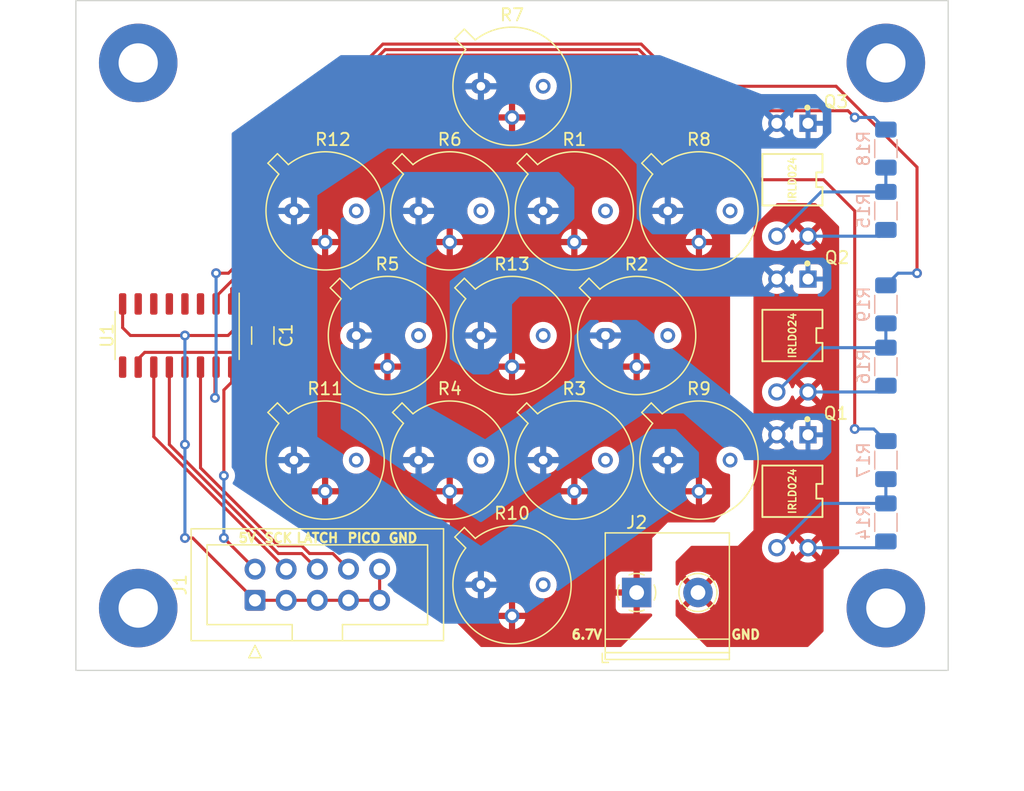
<source format=kicad_pcb>
(kicad_pcb (version 20211014) (generator pcbnew)
  (title_block (title "Hawkeye Driver Board") (date "2022-05-13") (rev "A") (company "The University of Arizona Steward Observatory"))
  (layers (0 "F.Cu" signal) (31 "B.Cu" signal) (34 "B.Paste" user) (35 "F.Paste" user) (36 "B.SilkS" user "B.Silkscreen") (37 "F.SilkS" user "F.Silkscreen") (38 "B.Mask" user) (39 "F.Mask" user) (44 "Edge.Cuts" user))
  (net 0 "")
  (net 1 "VCC")
  (net 2 "GND")
  (net 3 "/INNER_RING_LOW")
  (net 4 "Net-(Q1-Pad2)")
  (net 5 "/OUTER_RING_LOW")
  (net 6 "Net-(Q2-Pad2)")
  (net 7 "/CENTER_LOW")
  (net 8 "Net-(Q3-Pad2)")
  (net 9 "Net-(R18-Pad1)")
  (net 10 "/SER IN")
  (net 11 "/SHIFT CLK")
  (net 12 "/LATCH")
  (net 19 "Net-(R17-Pad1)")
  (net 20 "Net-(R19-Pad1)")
  (net 21 "/5V")
  (net 22 "GND1")
  (footprint "Package_SO:SO-16_3.9x9.9mm_P1.27mm" (layer "F.Cu") (at 112.395 91.44 -90)
    (fp_text reference "U1" (at 0 5.715 90) (layer "F.SilkS"))
    (fp_text value "74HC595")
    (fp_line (start 0 -5.06) (end 1.95 -5.06) (layer "F.SilkS") (width 0.12))
    (fp_line (start 0 5.06) (end -1.95 5.06) (layer "F.SilkS") (width 0.12))
    (fp_line (start 0 -5.06) (end -3.45 -5.06) (layer "F.SilkS") (width 0.12))
    (fp_line (start 0 5.06) (end 1.95 5.06) (layer "F.SilkS") (width 0.12))
    (pad "1" smd roundrect (at -2.575 -4.445 270) (size 1.75 0.6) (layers "F.Cu" "F.Paste" "F.Mask") (net 19 "Net-(R17-Pad1)"))
    (pad "2" smd roundrect (at -2.575 -3.175 270) (size 1.75 0.6) (layers "F.Cu" "F.Paste" "F.Mask") (net 9 "Net-(R18-Pad1)"))
    (pad "3" smd roundrect (at -2.575 -1.905 270) (size 1.75 0.6) (layers "F.Cu" "F.Paste" "F.Mask"))
    (pad "4" smd roundrect (at -2.575 -0.635 270) (size 1.75 0.6) (layers "F.Cu" "F.Paste" "F.Mask"))
    (pad "5" smd roundrect (at -2.575 0.635 270) (size 1.75 0.6) (layers "F.Cu" "F.Paste" "F.Mask"))
    (pad "6" smd roundrect (at -2.575 1.905 270) (size 1.75 0.6) (layers "F.Cu" "F.Paste" "F.Mask"))
    (pad "7" smd roundrect (at -2.575 3.175 270) (size 1.75 0.6) (layers "F.Cu" "F.Paste" "F.Mask"))
    (pad "8" smd roundrect (at -2.575 4.445 270) (size 1.75 0.6) (layers "F.Cu" "F.Paste" "F.Mask") (net 22 "GND1"))
    (pad "9" smd roundrect (at 2.575 4.445 270) (size 1.75 0.6) (layers "F.Cu" "F.Paste" "F.Mask"))
    (pad "10" smd roundrect (at 2.575 3.175 270) (size 1.75 0.6) (layers "F.Cu" "F.Paste" "F.Mask") (net 21 "/5V"))
    (pad "11" smd roundrect (at 2.575 1.905 270) (size 1.75 0.6) (layers "F.Cu" "F.Paste" "F.Mask") (net 11 "/SHIFT CLK"))
    (pad "12" smd roundrect (at 2.575 0.635 270) (size 1.75 0.6) (layers "F.Cu" "F.Paste" "F.Mask") (net 12 "/LATCH"))
    (pad "13" smd roundrect (at 2.575 -0.635 270) (size 1.75 0.6) (layers "F.Cu" "F.Paste" "F.Mask") (net 22 "GND1"))
    (pad "14" smd roundrect (at 2.575 -1.905 270) (size 1.75 0.6) (layers "F.Cu" "F.Paste" "F.Mask") (net 10 "/SER IN"))
    (pad "15" smd roundrect (at 2.575 -3.175 270) (size 1.75 0.6) (layers "F.Cu" "F.Paste" "F.Mask") (net 20 "Net-(R19-Pad1)"))
    (pad "16" smd roundrect (at 2.575 -4.445 270) (size 1.75 0.6) (layers "F.Cu" "F.Paste" "F.Mask") (net 21 "/5V"))
  )
  (footprint "Package_TO_SOT_THT:TO-5-3_Window" (layer "F.Cu") (at 132.08 101.6)
    (fp_text reference "R4" (at 2.54 -5.82) (layer "F.SilkS"))
    (fp_text value "Heater")
    (fp_line (start -1.348039 -4.665856) (end -2.125856 -3.888039) (layer "F.SilkS") (width 0.12))
    (fp_line (start -2.125856 -3.888039) (end -1.234902 -2.997084) (layer "F.SilkS") (width 0.12))
    (fp_line (start -0.457084 -3.774902) (end -1.348039 -4.665856) (layer "F.SilkS") (width 0.12))
    (fp_arc (start -0.457084 -3.774902) (mid 5.948125 3.408384) (end -1.234674 -2.997371) (layer "F.SilkS") (width 0.12))
    (pad "1" thru_hole oval (at 0 0) (size 1.6 1.2) (drill 0.7) (layers *.Cu *.Mask) (net 3 "/INNER_RING_LOW"))
    (pad "2" thru_hole oval (at 2.54 2.54) (size 1.2 1.2) (drill 0.7) (layers *.Cu *.Mask) (net 1 "VCC"))
    (pad "3" thru_hole oval (at 5.08 0) (size 1.2 1.2) (drill 0.7) (layers *.Cu *.Mask))
  )
  (footprint "Package_TO_SOT_THT:TO-5-3_Window" (layer "F.Cu") (at 147.32 91.44)
    (fp_text reference "R2" (at 2.54 -5.82) (layer "F.SilkS"))
    (fp_text value "Heater")
    (fp_line (start -1.348039 -4.665856) (end -2.125856 -3.888039) (layer "F.SilkS") (width 0.12))
    (fp_line (start -2.125856 -3.888039) (end -1.234902 -2.997084) (layer "F.SilkS") (width 0.12))
    (fp_line (start -0.457084 -3.774902) (end -1.348039 -4.665856) (layer "F.SilkS") (width 0.12))
    (fp_arc (start -0.457084 -3.774902) (mid 5.948125 3.408384) (end -1.234674 -2.997371) (layer "F.SilkS") (width 0.12))
    (pad "1" thru_hole oval (at 0 0) (size 1.6 1.2) (drill 0.7) (layers *.Cu *.Mask) (net 3 "/INNER_RING_LOW"))
    (pad "2" thru_hole oval (at 2.54 2.54) (size 1.2 1.2) (drill 0.7) (layers *.Cu *.Mask) (net 1 "VCC"))
    (pad "3" thru_hole oval (at 5.08 0) (size 1.2 1.2) (drill 0.7) (layers *.Cu *.Mask))
  )
  (footprint "Trans_Vishay_IRLD024:Vishay-IRLD024-0" (layer "F.Cu") (at 162.56 91.44 -90)
    (fp_text reference "Q3" (at -19.05 -2.45) (layer "F.SilkS") (effects (justify left)))
    (fp_text value "IRLD024" (at 0 0 90) (layer "F.SilkS") (effects (font (size 0.6 0.6) (thickness 0.125))))
    (fp_line (start 0.599285 -1.95) (end -0.599285 -1.95) (layer "F.SilkS") (width 0.15))
    (fp_line (start -0.599285 -1.95) (end -0.599285 -2.45) (layer "F.SilkS") (width 0.15))
    (fp_line (start -2.0975 2.45) (end 2.0975 2.45) (layer "F.SilkS") (width 0.15))
    (fp_line (start -0.599285 -2.45) (end -2.0975 -2.45) (layer "F.SilkS") (width 0.15))
    (fp_line (start -2.0975 -2.45) (end -2.0975 2.45) (layer "F.SilkS") (width 0.15))
    (fp_line (start 2.0975 2.45) (end 2.0975 -2.45) (layer "F.SilkS") (width 0.15))
    (fp_line (start 2.0975 -2.45) (end 0.599285 -2.45) (layer "F.SilkS") (width 0.15))
    (fp_line (start 0.599285 -2.45) (end 0.599285 -1.95) (layer "F.SilkS") (width 0.15))
    (fp_circle (center -5.8775 -1.22) (end -5.7525 -1.22) (layer "F.SilkS") (width 0.25) (fill none))
    (pad "1" thru_hole circle (at -4.6025 1.27 270) (size 1.4 1.4) (drill 0.9) (layers *.Cu) (net 7 "/CENTER_LOW"))
    (pad "1" thru_hole rect (at -4.6025 -1.27 270) (size 1.4 1.4) (drill 0.9) (layers *.Cu) (net 7 "/CENTER_LOW"))
    (pad "2" thru_hole circle (at 4.6025 1.27 270) (size 1.4 1.4) (drill 0.9) (layers *.Cu) (net 8 "Net-(Q3-Pad2)"))
    (pad "3" thru_hole circle (at 4.6025 -1.27 270) (size 1.4 1.4) (drill 0.9) (layers *.Cu) (net 2 "GND"))
  )
  (footprint "Package_TO_SOT_THT:TO-5-3_Window" (layer "F.Cu") (at 152.4 101.6)
    (fp_text reference "R9" (at 2.54 -5.82) (layer "F.SilkS"))
    (fp_text value "Heater")
    (fp_line (start -0.457084 -3.774902) (end -1.348039 -4.665856) (layer "F.SilkS") (width 0.12))
    (fp_line (start -1.348039 -4.665856) (end -2.125856 -3.888039) (layer "F.SilkS") (width 0.12))
    (fp_line (start -2.125856 -3.888039) (end -1.234902 -2.997084) (layer "F.SilkS") (width 0.12))
    (fp_arc (start -0.457084 -3.774902) (mid 5.948125 3.408384) (end -1.234674 -2.997371) (layer "F.SilkS") (width 0.12))
    (pad "1" thru_hole oval (at 0 0) (size 1.6 1.2) (drill 0.7) (layers *.Cu *.Mask) (net 5 "/OUTER_RING_LOW"))
    (pad "2" thru_hole oval (at 2.54 2.54) (size 1.2 1.2) (drill 0.7) (layers *.Cu *.Mask) (net 1 "VCC"))
    (pad "3" thru_hole oval (at 5.08 0) (size 1.2 1.2) (drill 0.7) (layers *.Cu *.Mask))
  )
  (footprint "Capacitor_SMD:C_1206_3216Metric_Pad1.33x1.80mm_HandSolder" (layer "F.Cu") (at 119.38 91.44 90)
    (fp_text reference "C1" (at 0 1.905 90) (layer "F.SilkS"))
    (fp_text value ".1 uF")
    (fp_line (start -0.711252 -0.91) (end 0.711252 -0.91) (layer "F.SilkS") (width 0.12))
    (fp_line (start -0.711252 0.91) (end 0.711252 0.91) (layer "F.SilkS") (width 0.12))
    (pad "1" smd roundrect (at -1.5625 0 90) (size 1.325 1.8) (layers "F.Cu" "F.Paste" "F.Mask") (roundrect_rratio 0.188679) (net 21 "/5V"))
    (pad "2" smd roundrect (at 1.5625 0 90) (size 1.325 1.8) (layers "F.Cu" "F.Paste" "F.Mask") (roundrect_rratio 0.188679) (net 22 "GND1"))
  )
  (footprint "Trans_Vishay_IRLD024:Vishay-IRLD024-0" (layer "F.Cu") (at 162.56 78.74 -90)
    (fp_text reference "Q2" (at 6.35 -2.54) (layer "F.SilkS") (effects (justify left)))
    (fp_text value "IRLD024" (at 0 0 90) (layer "F.SilkS") (effects (font (size 0.6 0.6) (thickness 0.125))))
    (fp_line (start 0.599285 -1.95) (end -0.599285 -1.95) (layer "F.SilkS") (width 0.15))
    (fp_line (start -0.599285 -2.45) (end -2.0975 -2.45) (layer "F.SilkS") (width 0.15))
    (fp_line (start 0.599285 -2.45) (end 0.599285 -1.95) (layer "F.SilkS") (width 0.15))
    (fp_line (start -0.599285 -1.95) (end -0.599285 -2.45) (layer "F.SilkS") (width 0.15))
    (fp_line (start -2.0975 2.45) (end 2.0975 2.45) (layer "F.SilkS") (width 0.15))
    (fp_line (start 2.0975 2.45) (end 2.0975 -2.45) (layer "F.SilkS") (width 0.15))
    (fp_line (start 2.0975 -2.45) (end 0.599285 -2.45) (layer "F.SilkS") (width 0.15))
    (fp_line (start -2.0975 -2.45) (end -2.0975 2.45) (layer "F.SilkS") (width 0.15))
    (fp_circle (center -5.8775 -1.22) (end -5.7525 -1.22) (layer "F.SilkS") (width 0.25) (fill none))
    (pad "1" thru_hole rect (at -4.6025 -1.27 270) (size 1.4 1.4) (drill 0.9) (layers *.Cu) (net 5 "/OUTER_RING_LOW"))
    (pad "1" thru_hole circle (at -4.6025 1.27 270) (size 1.4 1.4) (drill 0.9) (layers *.Cu) (net 5 "/OUTER_RING_LOW"))
    (pad "2" thru_hole circle (at 4.6025 1.27 270) (size 1.4 1.4) (drill 0.9) (layers *.Cu) (net 6 "Net-(Q2-Pad2)"))
    (pad "3" thru_hole circle (at 4.6025 -1.27 270) (size 1.4 1.4) (drill 0.9) (layers *.Cu) (net 2 "GND"))
  )
  (footprint "Package_TO_SOT_THT:TO-5-3_Window" (layer "F.Cu") (at 127 91.44)
    (fp_text reference "R5" (at 2.54 -5.82) (layer "F.SilkS"))
    (fp_text value "Heater")
    (fp_line (start -2.125856 -3.888039) (end -1.234902 -2.997084) (layer "F.SilkS") (width 0.12))
    (fp_line (start -1.348039 -4.665856) (end -2.125856 -3.888039) (layer "F.SilkS") (width 0.12))
    (fp_line (start -0.457084 -3.774902) (end -1.348039 -4.665856) (layer "F.SilkS") (width 0.12))
    (fp_arc (start -0.457084 -3.774902) (mid 5.948125 3.408384) (end -1.234674 -2.997371) (layer "F.SilkS") (width 0.12))
    (pad "1" thru_hole oval (at 0 0) (size 1.6 1.2) (drill 0.7) (layers *.Cu *.Mask) (net 3 "/INNER_RING_LOW"))
    (pad "2" thru_hole oval (at 2.54 2.54) (size 1.2 1.2) (drill 0.7) (layers *.Cu *.Mask) (net 1 "VCC"))
    (pad "3" thru_hole oval (at 5.08 0) (size 1.2 1.2) (drill 0.7) (layers *.Cu *.Mask))
  )
  (footprint "Trans_Vishay_IRLD024:Vishay-IRLD024-0" (layer "F.Cu") (at 162.56 104.14 -90)
    (fp_text reference "Q1" (at -6.35 -2.45) (layer "F.SilkS") (effects (justify left)))
    (fp_text value "IRLD024" (at 0 0 90) (layer "F.SilkS") (effects (font (size 0.6 0.6) (thickness 0.125))))
    (fp_line (start -0.599285 -2.45) (end -2.0975 -2.45) (layer "F.SilkS") (width 0.15))
    (fp_line (start 2.0975 2.45) (end 2.0975 -2.45) (layer "F.SilkS") (width 0.15))
    (fp_line (start 0.599285 -2.45) (end 0.599285 -1.95) (layer "F.SilkS") (width 0.15))
    (fp_line (start 2.0975 -2.45) (end 0.599285 -2.45) (layer "F.SilkS") (width 0.15))
    (fp_line (start 0.599285 -1.95) (end -0.599285 -1.95) (layer "F.SilkS") (width 0.15))
    (fp_line (start -2.0975 2.45) (end 2.0975 2.45) (layer "F.SilkS") (width 0.15))
    (fp_line (start -0.599285 -1.95) (end -0.599285 -2.45) (layer "F.SilkS") (width 0.15))
    (fp_line (start -2.0975 -2.45) (end -2.0975 2.45) (layer "F.SilkS") (width 0.15))
    (fp_circle (center -5.8775 -1.22) (end -5.7525 -1.22) (layer "F.SilkS") (width 0.25) (fill none))
    (pad "1" thru_hole rect (at -4.6025 -1.27 270) (size 1.4 1.4) (drill 0.9) (layers *.Cu) (net 3 "/INNER_RING_LOW"))
    (pad "1" thru_hole circle (at -4.6025 1.27 270) (size 1.4 1.4) (drill 0.9) (layers *.Cu) (net 3 "/INNER_RING_LOW"))
    (pad "2" thru_hole circle (at 4.6025 1.27 270) (size 1.4 1.4) (drill 0.9) (layers *.Cu) (net 4 "Net-(Q1-Pad2)"))
    (pad "3" thru_hole circle (at 4.6025 -1.27 270) (size 1.4 1.4) (drill 0.9) (layers *.Cu) (net 2 "GND"))
  )
  (footprint "Package_TO_SOT_THT:TO-5-3_Window" (layer "F.Cu") (at 137.16 111.76)
    (fp_text reference "R10" (at 2.54 -5.82) (layer "F.SilkS"))
    (fp_text value "Heater")
    (fp_line (start -0.457084 -3.774902) (end -1.348039 -4.665856) (layer "F.SilkS") (width 0.12))
    (fp_line (start -1.348039 -4.665856) (end -2.125856 -3.888039) (layer "F.SilkS") (width 0.12))
    (fp_line (start -2.125856 -3.888039) (end -1.234902 -2.997084) (layer "F.SilkS") (width 0.12))
    (fp_arc (start -0.457084 -3.774902) (mid 5.948125 3.408384) (end -1.234674 -2.997371) (layer "F.SilkS") (width 0.12))
    (pad "1" thru_hole oval (at 0 0) (size 1.6 1.2) (drill 0.7) (layers *.Cu *.Mask) (net 5 "/OUTER_RING_LOW"))
    (pad "2" thru_hole oval (at 2.54 2.54) (size 1.2 1.2) (drill 0.7) (layers *.Cu *.Mask) (net 1 "VCC"))
    (pad "3" thru_hole oval (at 5.08 0) (size 1.2 1.2) (drill 0.7) (layers *.Cu *.Mask))
  )
  (footprint "Package_TO_SOT_THT:TO-5-3_Window" (layer "F.Cu") (at 142.24 101.6)
    (fp_text reference "R3" (at 2.54 -5.82) (layer "F.SilkS"))
    (fp_text value "Heater")
    (fp_line (start -0.457084 -3.774902) (end -1.348039 -4.665856) (layer "F.SilkS") (width 0.12))
    (fp_line (start -2.125856 -3.888039) (end -1.234902 -2.997084) (layer "F.SilkS") (width 0.12))
    (fp_line (start -1.348039 -4.665856) (end -2.125856 -3.888039) (layer "F.SilkS") (width 0.12))
    (fp_arc (start -0.457084 -3.774902) (mid 5.948125 3.408384) (end -1.234674 -2.997371) (layer "F.SilkS") (width 0.12))
    (pad "1" thru_hole oval (at 0 0) (size 1.6 1.2) (drill 0.7) (layers *.Cu *.Mask) (net 3 "/INNER_RING_LOW"))
    (pad "2" thru_hole oval (at 2.54 2.54) (size 1.2 1.2) (drill 0.7) (layers *.Cu *.Mask) (net 1 "VCC"))
    (pad "3" thru_hole oval (at 5.08 0) (size 1.2 1.2) (drill 0.7) (layers *.Cu *.Mask))
  )
  (footprint "TerminalBlock_Philmore:TerminalBlock_Philmore_TB132_1x02_P5.00mm_Horizontal" (layer "F.Cu") (at 149.86 112.395)
    (fp_text reference "J2" (at 0 -5.715) (layer "F.SilkS"))
    (fp_text value "Screw_Terminal_01x02")
    (fp_line (start -2.56 -4.86) (end -2.56 5.46) (layer "F.SilkS") (width 0.12))
    (fp_line (start 7.56 -4.86) (end 7.56 5.46) (layer "F.SilkS") (width 0.12))
    (fp_line (start -2.56 4.9) (end 7.56 4.9) (layer "F.SilkS") (width 0.12))
    (fp_line (start -2.8 5.7) (end -2.3 5.7) (layer "F.SilkS") (width 0.12))
    (fp_line (start -2.56 5.46) (end 7.56 5.46) (layer "F.SilkS") (width 0.12))
    (fp_line (start -2.8 4.96) (end -2.8 5.7) (layer "F.SilkS") (width 0.12))
    (fp_line (start -2.56 -4.86) (end 7.56 -4.86) (layer "F.SilkS") (width 0.12))
    (fp_line (start -2.56 3.8) (end 7.56 3.8) (layer "F.SilkS") (width 0.12))
    (fp_arc (start -1.432109 0.607742) (mid -1.555727 -0.00014) (end -1.432 -0.608) (layer "F.SilkS") (width 0.12))
    (fp_arc (start -0.607742 -1.432109) (mid 0.00014 -1.555727) (end 0.608 -1.432) (layer "F.SilkS") (width 0.12))
    (fp_arc (start 0.607587 1.431385) (mid 0.310017 1.523783) (end 0 1.555) (layer "F.SilkS") (width 0.12))
    (fp_arc (start 0.027011 1.555493) (mid -0.296984 1.527118) (end -0.608 1.432) (layer "F.SilkS") (width 0.12))
    (fp_arc (start 1.432109 -0.607742) (mid 1.555727 0.00014) (end 1.432 0.608) (layer "F.SilkS") (width 0.12))
    (fp_circle (center 5 0) (end 6.555 0) (layer "F.SilkS") (width 0.12) (fill none))
    (pad "1" thru_hole rect (at 0 0) (size 2.4 2.4) (drill 1.2) (layers *.Cu *.Mask) (net 1 "VCC"))
    (pad "2" thru_hole circle (at 5 0) (size 2.4 2.4) (drill 1.2) (layers *.Cu *.Mask) (net 2 "GND"))
  )
  (footprint "Package_TO_SOT_THT:TO-5-3_Window" (layer "F.Cu") (at 142.24 81.28)
    (fp_text reference "R1" (at 2.54 -5.82) (layer "F.SilkS"))
    (fp_text value "Heater")
    (fp_line (start -1.348039 -4.665856) (end -2.125856 -3.888039) (layer "F.SilkS") (width 0.12))
    (fp_line (start -2.125856 -3.888039) (end -1.234902 -2.997084) (layer "F.SilkS") (width 0.12))
    (fp_line (start -0.457084 -3.774902) (end -1.348039 -4.665856) (layer "F.SilkS") (width 0.12))
    (fp_arc (start -0.457084 -3.774902) (mid 5.948125 3.408384) (end -1.234674 -2.997371) (layer "F.SilkS") (width 0.12))
    (pad "1" thru_hole oval (at 0 0) (size 1.6 1.2) (drill 0.7) (layers *.Cu *.Mask) (net 3 "/INNER_RING_LOW"))
    (pad "2" thru_hole oval (at 2.54 2.54) (size 1.2 1.2) (drill 0.7) (layers *.Cu *.Mask) (net 1 "VCC"))
    (pad "3" thru_hole oval (at 5.08 0) (size 1.2 1.2) (drill 0.7) (layers *.Cu *.Mask))
  )
  (footprint "MountingHole:MountingHole_3.2mm_M3_Pad" (layer "F.Cu") (at 109.22 113.665)
    (fp_text reference "REF**" hide)
    (fp_text value "MountingHole_3.2mm_M3_Pad")
    (pad "1" thru_hole circle (at 0 0) (size 6.4 6.4) (drill 3.2) (layers *.Cu *.Mask))
  )
  (footprint "Package_TO_SOT_THT:TO-5-3_Window" (layer "F.Cu") (at 121.92 81.28)
    (fp_text reference "R12" (at 3.175 -5.82) (layer "F.SilkS"))
    (fp_text value "Heater")
    (fp_line (start -0.457084 -3.774902) (end -1.348039 -4.665856) (layer "F.SilkS") (width 0.12))
    (fp_line (start -1.348039 -4.665856) (end -2.125856 -3.888039) (layer "F.SilkS") (width 0.12))
    (fp_line (start -2.125856 -3.888039) (end -1.234902 -2.997084) (layer "F.SilkS") (width 0.12))
    (fp_arc (start -0.457084 -3.774902) (mid 5.948125 3.408384) (end -1.234674 -2.997371) (layer "F.SilkS") (width 0.12))
    (pad "1" thru_hole oval (at 0 0) (size 1.6 1.2) (drill 0.7) (layers *.Cu *.Mask) (net 5 "/OUTER_RING_LOW"))
    (pad "2" thru_hole oval (at 2.54 2.54) (size 1.2 1.2) (drill 0.7) (layers *.Cu *.Mask) (net 1 "VCC"))
    (pad "3" thru_hole oval (at 5.08 0) (size 1.2 1.2) (drill 0.7) (layers *.Cu *.Mask))
  )
  (footprint "Package_TO_SOT_THT:TO-5-3_Window" (layer "F.Cu") (at 121.92 101.6)
    (fp_text reference "R11" (at 2.54 -5.82) (layer "F.SilkS"))
    (fp_text value "Heater")
    (fp_line (start -1.348039 -4.665856) (end -2.125856 -3.888039) (layer "F.SilkS") (width 0.12))
    (fp_line (start -0.457084 -3.774902) (end -1.348039 -4.665856) (layer "F.SilkS") (width 0.12))
    (fp_line (start -2.125856 -3.888039) (end -1.234902 -2.997084) (layer "F.SilkS") (width 0.12))
    (fp_arc (start -0.457084 -3.774902) (mid 5.948125 3.408384) (end -1.234674 -2.997371) (layer "F.SilkS") (width 0.12))
    (pad "1" thru_hole oval (at 0 0) (size 1.6 1.2) (drill 0.7) (layers *.Cu *.Mask) (net 5 "/OUTER_RING_LOW"))
    (pad "2" thru_hole oval (at 2.54 2.54) (size 1.2 1.2) (drill 0.7) (layers *.Cu *.Mask) (net 1 "VCC"))
    (pad "3" thru_hole oval (at 5.08 0) (size 1.2 1.2) (drill 0.7) (layers *.Cu *.Mask))
  )
  (footprint "Package_TO_SOT_THT:TO-5-3_Window" (layer "F.Cu") (at 137.16 91.44)
    (fp_text reference "R13" (at 2.54 -5.82) (layer "F.SilkS"))
    (fp_text value "Heater")
    (fp_line (start -2.125856 -3.888039) (end -1.234902 -2.997084) (layer "F.SilkS") (width 0.12))
    (fp_line (start -0.457084 -3.774902) (end -1.348039 -4.665856) (layer "F.SilkS") (width 0.12))
    (fp_line (start -1.348039 -4.665856) (end -2.125856 -3.888039) (layer "F.SilkS") (width 0.12))
    (fp_arc (start -0.457084 -3.774902) (mid 5.948125 3.408384) (end -1.234674 -2.997371) (layer "F.SilkS") (width 0.12))
    (pad "1" thru_hole oval (at 0 0) (size 1.6 1.2) (drill 0.7) (layers *.Cu *.Mask) (net 7 "/CENTER_LOW"))
    (pad "2" thru_hole oval (at 2.54 2.54) (size 1.2 1.2) (drill 0.7) (layers *.Cu *.Mask) (net 1 "VCC"))
    (pad "3" thru_hole oval (at 5.08 0) (size 1.2 1.2) (drill 0.7) (layers *.Cu *.Mask))
  )
  (footprint "MountingHole:MountingHole_3.2mm_M3_Pad" (layer "F.Cu") (at 170.18 113.665)
    (fp_text reference "REF**" hide)
    (fp_text value "MountingHole_3.2mm_M3_Pad")
    (pad "1" thru_hole circle (at 0 0) (size 6.4 6.4) (drill 3.2) (layers *.Cu *.Mask))
  )
  (footprint "MountingHole:MountingHole_3.2mm_M3_Pad" (layer "F.Cu") (at 170.18 69.215)
    (fp_text reference "REF**" hide)
    (fp_text value "MountingHole_3.2mm_M3_Pad")
    (pad "1" thru_hole circle (at 0 0) (size 6.4 6.4) (drill 3.2) (layers *.Cu *.Mask))
  )
  (footprint "Package_TO_SOT_THT:TO-5-3_Window" (layer "F.Cu") (at 152.4 81.28)
    (fp_text reference "R8" (at 2.54 -5.82) (layer "F.SilkS"))
    (fp_text value "Heater")
    (fp_line (start -0.457084 -3.774902) (end -1.348039 -4.665856) (layer "F.SilkS") (width 0.12))
    (fp_line (start -1.348039 -4.665856) (end -2.125856 -3.888039) (layer "F.SilkS") (width 0.12))
    (fp_line (start -2.125856 -3.888039) (end -1.234902 -2.997084) (layer "F.SilkS") (width 0.12))
    (fp_arc (start -0.457084 -3.774902) (mid 5.948125 3.408384) (end -1.234674 -2.997371) (layer "F.SilkS") (width 0.12))
    (pad "1" thru_hole oval (at 0 0) (size 1.6 1.2) (drill 0.7) (layers *.Cu *.Mask) (net 5 "/OUTER_RING_LOW"))
    (pad "2" thru_hole oval (at 2.54 2.54) (size 1.2 1.2) (drill 0.7) (layers *.Cu *.Mask) (net 1 "VCC"))
    (pad "3" thru_hole oval (at 5.08 0) (size 1.2 1.2) (drill 0.7) (layers *.Cu *.Mask))
  )
  (footprint "MountingHole:MountingHole_3.2mm_M3_Pad" (layer "F.Cu") (at 109.22 69.215)
    (fp_text reference "REF**" hide)
    (fp_text value "MountingHole_3.2mm_M3_Pad")
    (pad "1" thru_hole circle (at 0 0) (size 6.4 6.4) (drill 3.2) (layers *.Cu *.Mask))
  )
  (footprint "Connector_IDC:IDC-Header_2x05_P2.54mm_Vertical" (layer "F.Cu") (at 118.745 113.03 90)
    (fp_text reference "J1" (at 1.27 -6.1 90) (layer "F.SilkS"))
    (fp_text value "Conn_02x05_Odd_Even")
    (fp_line (start -4.68 -0.5) (end -4.68 0.5) (layer "F.SilkS") (width 0.12))
    (fp_line (start -3.29 15.37) (end -3.29 -5.21) (layer "F.SilkS") (width 0.12))
    (fp_line (start -1.98 7.13) (end -1.98 7.13) (layer "F.SilkS") (width 0.12))
    (fp_line (start 5.83 -5.21) (end 5.83 15.37) (layer "F.SilkS") (width 0.12))
    (fp_line (start -1.98 3.03) (end -1.98 -3.91) (layer "F.SilkS") (width 0.12))
    (fp_line (start 4.52 14.07) (end -1.98 14.07) (layer "F.SilkS") (width 0.12))
    (fp_line (start -4.68 0.5) (end -3.68 0) (layer "F.SilkS") (width 0.12))
    (fp_line (start 5.83 15.37) (end -3.29 15.37) (layer "F.SilkS") (width 0.12))
    (fp_line (start -3.68 0) (end -4.68 -0.5) (layer "F.SilkS") (width 0.12))
    (fp_line (start -1.98 14.07) (end -1.98 7.13) (layer "F.SilkS") (width 0.12))
    (fp_line (start 4.52 -3.91) (end 4.52 14.07) (layer "F.SilkS") (width 0.12))
    (fp_line (start -1.98 -3.91) (end 4.52 -3.91) (layer "F.SilkS") (width 0.12))
    (fp_line (start -3.29 -5.21) (end 5.83 -5.21) (layer "F.SilkS") (width 0.12))
    (fp_line (start -3.29 3.03) (end -1.98 3.03) (layer "F.SilkS") (width 0.12))
    (fp_line (start -1.98 7.13) (end -3.29 7.13) (layer "F.SilkS") (width 0.12))
    (pad "1" thru_hole roundrect (at 0 0 90) (size 1.7 1.7) (drill 1) (layers *.Cu *.Mask) (roundrect_rratio 0.147059) (net 22 "GND1"))
    (pad "2" thru_hole circle (at 2.54 0 90) (size 1.7 1.7) (drill 1) (layers *.Cu *.Mask) (net 21 "/5V"))
    (pad "3" thru_hole circle (at 0 2.54 90) (size 1.7 1.7) (drill 1) (layers *.Cu *.Mask) (net 22 "GND1"))
    (pad "4" thru_hole circle (at 2.54 2.54 90) (size 1.7 1.7) (drill 1) (layers *.Cu *.Mask) (net 11 "/SHIFT CLK"))
    (pad "5" thru_hole circle (at 0 5.08 90) (size 1.7 1.7) (drill 1) (layers *.Cu *.Mask) (net 22 "GND1"))
    (pad "6" thru_hole circle (at 2.54 5.08 90) (size 1.7 1.7) (drill 1) (layers *.Cu *.Mask) (net 12 "/LATCH"))
    (pad "7" thru_hole circle (at 0 7.62 90) (size 1.7 1.7) (drill 1) (layers *.Cu *.Mask) (net 22 "GND1"))
    (pad "8" thru_hole circle (at 2.54 7.62 90) (size 1.7 1.7) (drill 1) (layers *.Cu *.Mask) (net 10 "/SER IN"))
    (pad "9" thru_hole circle (at 0 10.16 90) (size 1.7 1.7) (drill 1) (layers *.Cu *.Mask) (net 22 "GND1"))
    (pad "10" thru_hole circle (at 2.54 10.16 90) (size 1.7 1.7) (drill 1) (layers *.Cu *.Mask) (net 22 "GND1"))
  )
  (footprint "Package_TO_SOT_THT:TO-5-3_Window" (layer "F.Cu") (at 137.16 71.12)
    (fp_text reference "R7" (at 2.54 -5.82) (layer "F.SilkS"))
    (fp_text value "Heater")
    (fp_line (start -1.348039 -4.665856) (end -2.125856 -3.888039) (layer "F.SilkS") (width 0.12))
    (fp_line (start -2.125856 -3.888039) (end -1.234902 -2.997084) (layer "F.SilkS") (width 0.12))
    (fp_line (start -0.457084 -3.774902) (end -1.348039 -4.665856) (layer "F.SilkS") (width 0.12))
    (fp_arc (start -0.457084 -3.774902) (mid 5.948125 3.408384) (end -1.234674 -2.997371) (layer "F.SilkS") (width 0.12))
    (pad "1" thru_hole oval (at 0 0) (size 1.6 1.2) (drill 0.7) (layers *.Cu *.Mask) (net 5 "/OUTER_RING_LOW"))
    (pad "2" thru_hole oval (at 2.54 2.54) (size 1.2 1.2) (drill 0.7) (layers *.Cu *.Mask) (net 1 "VCC"))
    (pad "3" thru_hole oval (at 5.08 0) (size 1.2 1.2) (drill 0.7) (layers *.Cu *.Mask))
  )
  (footprint "Package_TO_SOT_THT:TO-5-3_Window" (layer "F.Cu") (at 132.08 81.28)
    (fp_text reference "R6" (at 2.54 -5.82) (layer "F.SilkS"))
    (fp_text value "Heater")
    (fp_line (start -2.125856 -3.888039) (end -1.234902 -2.997084) (layer "F.SilkS") (width 0.12))
    (fp_line (start -1.348039 -4.665856) (end -2.125856 -3.888039) (layer "F.SilkS") (width 0.12))
    (fp_line (start -0.457084 -3.774902) (end -1.348039 -4.665856) (layer "F.SilkS") (width 0.12))
    (fp_arc (start -0.457084 -3.774902) (mid 5.948125 3.408384) (end -1.234674 -2.997371) (layer "F.SilkS") (width 0.12))
    (pad "1" thru_hole oval (at 0 0) (size 1.6 1.2) (drill 0.7) (layers *.Cu *.Mask) (net 3 "/INNER_RING_LOW"))
    (pad "2" thru_hole oval (at 2.54 2.54) (size 1.2 1.2) (drill 0.7) (layers *.Cu *.Mask) (net 1 "VCC"))
    (pad "3" thru_hole oval (at 5.08 0) (size 1.2 1.2) (drill 0.7) (layers *.Cu *.Mask))
  )
  (footprint "Resistor_SMD:R_1206_3216Metric_Pad1.30x1.75mm_HandSolder" (layer "B.Cu") (at 170.18 101.6 -90)
    (fp_text reference "R17" (at 0 1.82 90) (layer "B.SilkS") (effects (justify mirror)))
    (fp_text value "100")
    (fp_line (start -0.727064 -0.91) (end 0.727064 -0.91) (layer "B.SilkS") (width 0.12))
    (fp_line (start -0.727064 0.91) (end 0.727064 0.91) (layer "B.SilkS") (width 0.12))
    (pad "1" smd roundrect (at -1.55 0 270) (size 1.3 1.75) (layers "B.Cu" "B.Paste" "B.Mask") (roundrect_rratio 0.192308) (net 19 "Net-(R17-Pad1)"))
    (pad "2" smd roundrect (at 1.55 0 270) (size 1.3 1.75) (layers "B.Cu" "B.Paste" "B.Mask") (roundrect_rratio 0.192308) (net 4 "Net-(Q1-Pad2)"))
  )
  (footprint "Resistor_SMD:R_1206_3216Metric_Pad1.30x1.75mm_HandSolder" (layer "B.Cu") (at 170.18 106.68 -90)
    (fp_text reference "R14" (at 0 1.82 90) (layer "B.SilkS") (effects (justify mirror)))
    (fp_text value "10k")
    (fp_line (start -0.727064 0.91) (end 0.727064 0.91) (layer "B.SilkS") (width 0.12))
    (fp_line (start -0.727064 -0.91) (end 0.727064 -0.91) (layer "B.SilkS") (width 0.12))
    (pad "1" smd roundrect (at -1.55 0 270) (size 1.3 1.75) (layers "B.Cu" "B.Paste" "B.Mask") (roundrect_rratio 0.192308) (net 4 "Net-(Q1-Pad2)"))
    (pad "2" smd roundrect (at 1.55 0 270) (size 1.3 1.75) (layers "B.Cu" "B.Paste" "B.Mask") (roundrect_rratio 0.192308) (net 2 "GND"))
  )
  (footprint "Resistor_SMD:R_1206_3216Metric_Pad1.30x1.75mm_HandSolder" (layer "B.Cu") (at 170.18 76.2 -90)
    (fp_text reference "R18" (at 0 1.82 90) (layer "B.SilkS") (effects (justify mirror)))
    (fp_text value "100")
    (fp_line (start -0.727064 0.91) (end 0.727064 0.91) (layer "B.SilkS") (width 0.12))
    (fp_line (start -0.727064 -0.91) (end 0.727064 -0.91) (layer "B.SilkS") (width 0.12))
    (pad "1" smd roundrect (at -1.55 0 270) (size 1.3 1.75) (layers "B.Cu" "B.Paste" "B.Mask") (roundrect_rratio 0.192308) (net 9 "Net-(R18-Pad1)"))
    (pad "2" smd roundrect (at 1.55 0 270) (size 1.3 1.75) (layers "B.Cu" "B.Paste" "B.Mask") (roundrect_rratio 0.192308) (net 6 "Net-(Q2-Pad2)"))
  )
  (footprint "Resistor_SMD:R_1206_3216Metric_Pad1.30x1.75mm_HandSolder" (layer "B.Cu") (at 170.18 88.9 -90)
    (fp_text reference "R19" (at 0 1.82 90) (layer "B.SilkS") (effects (justify mirror)))
    (fp_text value "100")
    (fp_line (start -0.727064 -0.91) (end 0.727064 -0.91) (layer "B.SilkS") (width 0.12))
    (fp_line (start -0.727064 0.91) (end 0.727064 0.91) (layer "B.SilkS") (width 0.12))
    (pad "1" smd roundrect (at -1.55 0 270) (size 1.3 1.75) (layers "B.Cu" "B.Paste" "B.Mask") (roundrect_rratio 0.192308) (net 20 "Net-(R19-Pad1)"))
    (pad "2" smd roundrect (at 1.55 0 270) (size 1.3 1.75) (layers "B.Cu" "B.Paste" "B.Mask") (roundrect_rratio 0.192308) (net 8 "Net-(Q3-Pad2)"))
  )
  (footprint "Resistor_SMD:R_1206_3216Metric_Pad1.30x1.75mm_HandSolder" (layer "B.Cu") (at 170.18 81.28 -90)
    (fp_text reference "R15" (at 0 1.82 90) (layer "B.SilkS") (effects (justify mirror)))
    (fp_text value "10k")
    (fp_line (start -0.727064 -0.91) (end 0.727064 -0.91) (layer "B.SilkS") (width 0.12))
    (fp_line (start -0.727064 0.91) (end 0.727064 0.91) (layer "B.SilkS") (width 0.12))
    (pad "1" smd roundrect (at -1.55 0 270) (size 1.3 1.75) (layers "B.Cu" "B.Paste" "B.Mask") (roundrect_rratio 0.192308) (net 6 "Net-(Q2-Pad2)"))
    (pad "2" smd roundrect (at 1.55 0 270) (size 1.3 1.75) (layers "B.Cu" "B.Paste" "B.Mask") (roundrect_rratio 0.192308) (net 2 "GND"))
  )
  (footprint "Resistor_SMD:R_1206_3216Metric_Pad1.30x1.75mm_HandSolder" (layer "B.Cu") (at 170.18 93.98 -90)
    (fp_text reference "R16" (at 0 1.82 90) (layer "B.SilkS") (effects (justify mirror)))
    (fp_text value "10k")
    (fp_line (start -0.727064 0.91) (end 0.727064 0.91) (layer "B.SilkS") (width 0.12))
    (fp_line (start -0.727064 -0.91) (end 0.727064 -0.91) (layer "B.SilkS") (width 0.12))
    (pad "1" smd roundrect (at -1.55 0 270) (size 1.3 1.75) (layers "B.Cu" "B.Paste" "B.Mask") (roundrect_rratio 0.192308) (net 8 "Net-(Q3-Pad2)"))
    (pad "2" smd roundrect (at 1.55 0 270) (size 1.3 1.75) (layers "B.Cu" "B.Paste" "B.Mask") (roundrect_rratio 0.192308) (net 2 "GND"))
  )
  (gr_rect (start 104.14 64.135) (end 175.26 118.745) (layer "Edge.Cuts") (width 0.1) (fill none))
  (gr_text "LATCH" (at 123.825 107.95) (layer "F.SilkS") (effects (font (size 0.75 0.75) (thickness 0.1875))))
  (gr_text "5V" (at 118.11 107.95) (layer "F.SilkS") (effects (font (size 0.75 0.75) (thickness 0.1875))))
  (gr_text "GND" (at 130.81 107.95) (layer "F.SilkS") (effects (font (size 0.75 0.75) (thickness 0.1875))))
  (gr_text "PICO" (at 127.635 107.95) (layer "F.SilkS") (effects (font (size 0.75 0.75) (thickness 0.1875))))
  (gr_text "6.7V" (at 145.796 115.824) (layer "F.SilkS") (effects (font (size 0.75 0.75) (thickness 0.1875))))
  (gr_text "SCK" (at 120.65 107.95) (layer "F.SilkS") (effects (font (size 0.75 0.75) (thickness 0.1875))))
  (gr_text "GND\n" (at 158.75 115.824) (layer "F.SilkS") (effects (font (size 0.75 0.75) (thickness 0.1875))))
  (segment (start 170.18 95.53) (end 169.6675 96.0425) (width 0.25) (layer "B.Cu") (net 2))
  (segment (start 169.6675 108.7425) (end 163.83 108.7425) (width 0.25) (layer "B.Cu") (net 2))
  (segment (start 170.18 82.83) (end 169.6675 83.3425) (width 0.25) (layer "B.Cu") (net 2))
  (segment (start 169.6675 96.0425) (end 163.83 96.0425) (width 0.25) (layer "B.Cu") (net 2))
  (segment (start 170.18 108.23) (end 169.6675 108.7425) (width 0.25) (layer "B.Cu") (net 2))
  (segment (start 169.6675 83.3425) (end 163.83 83.3425) (width 0.25) (layer "B.Cu") (net 2))
  (segment (start 170.18 105.13) (end 164.9025 105.13) (width 0.25) (layer "B.Cu") (net 4))
  (segment (start 170.18 103.15) (end 170.18 105.13) (width 0.25) (layer "B.Cu") (net 4))
  (segment (start 164.9025 105.13) (end 161.29 108.7425) (width 0.25) (layer "B.Cu") (net 4))
  (segment (start 170.18 77.75) (end 170.18 79.73) (width 0.25) (layer "B.Cu") (net 6))
  (segment (start 170.18 79.73) (end 164.9025 79.73) (width 0.25) (layer "B.Cu") (net 6))
  (segment (start 164.9025 79.73) (end 161.29 83.3425) (width 0.25) (layer "B.Cu") (net 6))
  (segment (start 170.18 90.45) (end 170.18 92.43) (width 0.25) (layer "B.Cu") (net 8))
  (segment (start 170.18 92.43) (end 164.9025 92.43) (width 0.25) (layer "B.Cu") (net 8))
  (segment (start 164.9025 92.43) (end 161.29 96.0425) (width 0.25) (layer "B.Cu") (net 8))
  (segment (start 167.64 73.66) (end 167.092989 73.112989) (width 0.25) (layer "F.Cu") (net 9))
  (segment (start 118.93048 84.903802) (end 115.57 88.264282) (width 0.25) (layer "F.Cu") (net 9))
  (segment (start 118.93048 78.553803) (end 118.93048 84.903802) (width 0.25) (layer "F.Cu") (net 9))
  (segment (start 155.028707 73.112989) (end 150.046197 68.13048) (width 0.25) (layer "F.Cu") (net 9))
  (segment (start 129.353803 68.13048) (end 118.93048 78.553803) (width 0.25) (layer "F.Cu") (net 9))
  (segment (start 167.092989 73.112989) (end 155.028707 73.112989) (width 0.25) (layer "F.Cu") (net 9))
  (segment (start 115.57 88.264282) (end 115.57 88.865) (width 0.25) (layer "F.Cu") (net 9))
  (segment (start 150.046197 68.13048) (end 129.353803 68.13048) (width 0.25) (layer "F.Cu") (net 9))
  (via (at 167.64 73.66) (size 0.8) (drill 0.4) (layers "F.Cu" "B.Cu") (net 9))
  (segment (start 169.19 73.66) (end 167.64 73.66) (width 0.25) (layer "B.Cu") (net 9))
  (segment (start 170.18 74.65) (end 169.19 73.66) (width 0.25) (layer "B.Cu") (net 9))
  (segment (start 122.555718 108.585) (end 120.651436 108.585) (width 0.25) (layer "F.Cu") (net 10))
  (segment (start 126.365 110.49) (end 125.094641 109.219641) (width 0.25) (layer "F.Cu") (net 10))
  (segment (start 114.3 102.233564) (end 114.3 94.015) (width 0.25) (layer "F.Cu") (net 10))
  (segment (start 125.094641 109.219641) (end 123.190359 109.219641) (width 0.25) (layer "F.Cu") (net 10))
  (segment (start 123.190359 109.219641) (end 122.555718 108.585) (width 0.25) (layer "F.Cu") (net 10))
  (segment (start 120.651436 108.585) (end 114.3 102.233564) (width 0.25) (layer "F.Cu") (net 10))
  (segment (start 121.285 110.49) (end 110.49 99.695) (width 0.25) (layer "F.Cu") (net 11))
  (segment (start 110.49 99.695) (end 110.49 94.015) (width 0.25) (layer "F.Cu") (net 11))
  (segment (start 111.76 100.329282) (end 111.76 94.015) (width 0.25) (layer "F.Cu") (net 12))
  (segment (start 122.554641 109.219641) (end 120.650359 109.219641) (width 0.25) (layer "F.Cu") (net 12))
  (segment (start 123.825 110.49) (end 122.554641 109.219641) (width 0.25) (layer "F.Cu") (net 12))
  (segment (start 120.650359 109.219641) (end 111.76 100.329282) (width 0.25) (layer "F.Cu") (net 12))
  (segment (start 119.38 78.74) (end 119.38 85.09) (width 0.25) (layer "F.Cu") (net 19))
  (segment (start 119.38 85.09) (end 116.84 87.63) (width 0.25) (layer "F.Cu") (net 19))
  (segment (start 129.54 68.58) (end 119.38 78.74) (width 0.25) (layer "F.Cu") (net 19))
  (segment (start 167.64 99.06) (end 167.64 81.28) (width 0.25) (layer "F.Cu") (net 19))
  (segment (start 149.86 68.58) (end 129.54 68.58) (width 0.25) (layer "F.Cu") (net 19))
  (segment (start 116.84 87.63) (end 116.84 88.865) (width 0.25) (layer "F.Cu") (net 19))
  (segment (start 167.64 81.28) (end 165.1 78.74) (width 0.25) (layer "F.Cu") (net 19))
  (segment (start 165.1 78.74) (end 160.02 78.74) (width 0.25) (layer "F.Cu") (net 19))
  (segment (start 160.02 78.74) (end 149.86 68.58) (width 0.25) (layer "F.Cu") (net 19))
  (via (at 167.64 99.06) (size 0.8) (drill 0.4) (layers "F.Cu" "B.Cu") (net 19))
  (segment (start 170.18 100.05) (end 169.19 99.06) (width 0.25) (layer "B.Cu") (net 19))
  (segment (start 169.19 99.06) (end 167.64 99.06) (width 0.25) (layer "B.Cu") (net 19))
  (segment (start 116.57596 86.36) (end 115.57 86.36) (width 0.25) (layer "F.Cu") (net 20))
  (segment (start 118.48096 84.455) (end 116.57596 86.36) (width 0.25) (layer "F.Cu") (net 20))
  (segment (start 172.72 86.36) (end 172.72 77.715386) (width 0.25) (layer "F.Cu") (net 20))
  (segment (start 115.4805 94.1045) (end 115.57 94.015) (width 0.25) (layer "F.Cu") (net 20))
  (segment (start 153.671436 71.12) (end 150.232394 67.68096) (width 0.25) (layer "F.Cu") (net 20))
  (segment (start 129.167605 67.68096) (end 118.48096 78.367606) (width 0.25) (layer "F.Cu") (net 20))
  (segment (start 172.72 77.715386) (end 166.124614 71.12) (width 0.25) (layer "F.Cu") (net 20))
  (segment (start 166.124614 71.12) (end 153.671436 71.12) (width 0.25) (layer "F.Cu") (net 20))
  (segment (start 150.232394 67.68096) (end 129.167605 67.68096) (width 0.25) (layer "F.Cu") (net 20))
  (segment (start 115.4805 96.52) (end 115.4805 94.1045) (width 0.25) (layer "F.Cu") (net 20))
  (segment (start 118.48096 78.367606) (end 118.48096 84.455) (width 0.25) (layer "F.Cu") (net 20))
  (via (at 172.72 86.36) (size 0.8) (drill 0.4) (layers "F.Cu" "B.Cu") (net 20))
  (via (at 115.57 86.36) (size 0.8) (drill 0.4) (layers "F.Cu" "B.Cu") (net 20))
  (via (at 115.4805 96.52) (size 0.8) (drill 0.4) (layers "F.Cu" "B.Cu") (net 20))
  (segment (start 115.57 86.36) (end 115.57 96.52) (width 0.25) (layer "B.Cu") (net 20))
  (segment (start 170.18 87.35) (end 171.17 86.36) (width 0.25) (layer "B.Cu") (net 20))
  (segment (start 171.17 86.36) (end 172.72 86.36) (width 0.25) (layer "B.Cu") (net 20))
  (segment (start 115.57 96.52) (end 115.4805 96.52) (width 0.25) (layer "B.Cu") (net 20))
  (segment (start 118.745 110.49) (end 116.205 107.95) (width 0.25) (layer "F.Cu") (net 21))
  (segment (start 109.22 93.345) (end 109.22 94.015) (width 0.25) (layer "F.Cu") (net 21))
  (segment (start 116.205 95.885) (end 116.84 95.25) (width 0.25) (layer "F.Cu") (net 21))
  (segment (start 119.38 93.0025) (end 117.8525 93.0025) (width 0.25) (layer "F.Cu") (net 21))
  (segment (start 116.205 102.87) (end 116.205 95.885) (width 0.25) (layer "F.Cu") (net 21))
  (segment (start 117.8525 93.0025) (end 116.84 94.015) (width 0.25) (layer "F.Cu") (net 21))
  (segment (start 109.74952 92.81548) (end 109.22 93.345) (width 0.25) (layer "F.Cu") (net 21))
  (segment (start 119.19298 92.81548) (end 109.74952 92.81548) (width 0.25) (layer "F.Cu") (net 21))
  (segment (start 119.38 93.0025) (end 119.19298 92.81548) (width 0.25) (layer "F.Cu") (net 21))
  (segment (start 116.84 95.25) (end 116.84 94.015) (width 0.25) (layer "F.Cu") (net 21))
  (via (at 116.205 107.95) (size 0.8) (drill 0.4) (layers "F.Cu" "B.Cu") (net 21))
  (via (at 116.205 102.87) (size 0.8) (drill 0.4) (layers "F.Cu" "B.Cu") (net 21))
  (segment (start 116.205 107.95) (end 116.205 102.87) (width 0.25) (layer "B.Cu") (net 21))
  (segment (start 113.03 100.33) (end 113.03 94.015) (width 0.25) (layer "F.Cu") (net 22))
  (segment (start 126.365 113.03) (end 123.825 113.03) (width 0.25) (layer "F.Cu") (net 22))
  (segment (start 107.95 90.805) (end 107.95 88.865) (width 0.25) (layer "F.Cu") (net 22))
  (segment (start 121.285 113.03) (end 118.745 113.03) (width 0.25) (layer "F.Cu") (net 22))
  (segment (start 113.03 91.44) (end 108.585 91.44) (width 0.25) (layer "F.Cu") (net 22))
  (segment (start 118.11 89.8775) (end 116.5475 91.44) (width 0.25) (layer "F.Cu") (net 22))
  (segment (start 128.905 113.03) (end 126.365 113.03) (width 0.25) (layer "F.Cu") (net 22))
  (segment (start 123.825 113.03) (end 121.285 113.03) (width 0.25) (layer "F.Cu") (net 22))
  (segment (start 128.905 110.49) (end 128.905 113.03) (width 0.25) (layer "F.Cu") (net 22))
  (segment (start 118.745 113.03) (end 113.665 107.95) (width 0.25) (layer "F.Cu") (net 22))
  (segment (start 119.38 89.8775) (end 118.11 89.8775) (width 0.25) (layer "F.Cu") (net 22))
  (segment (start 108.585 91.44) (end 107.95 90.805) (width 0.25) (layer "F.Cu") (net 22))
  (segment (start 113.03 91.44) (end 116.5475 91.44) (width 0.25) (layer "F.Cu") (net 22))
  (segment (start 113.665 107.95) (end 113.03 107.95) (width 0.25) (layer "F.Cu") (net 22))
  (via (at 113.03 100.33) (size 0.8) (drill 0.4) (layers "F.Cu" "B.Cu") (net 22))
  (via (at 113.03 107.95) (size 0.8) (drill 0.4) (layers "F.Cu" "B.Cu") (net 22))
  (via (at 113.03 91.44) (size 0.8) (drill 0.4) (layers "F.Cu" "B.Cu") (net 22))
  (segment (start 113.03 107.95) (end 113.03 100.33) (width 0.25) (layer "B.Cu") (net 22))
  (segment (start 113.03 100.33) (end 113.03 91.44) (width 0.25) (layer "B.Cu") (net 22))
  (zone (net 2) (net_name "GND") (layer "F.Cu") (connect_pads (clearance 0.508)) (min_thickness 0.254) (fill yes (thermal_gap 0.508) (thermal_bridge_width 0.508))
    (polygon (pts (xy 166.37 109.22) (xy 165.1 110.49) (xy 165.1 115.57) (xy 163.83 116.84) (xy 155.575 116.84) (xy 153.035 114.3) (xy 153.035 109.855) (xy 154.305 108.585) (xy 158.115 108.585) (xy 159.385 107.315) (xy 159.385 82.55) (xy 161.29 80.645) (xy 164.465 80.645) (xy 166.37 82.55)))
  )
  (zone (net 1) (net_name "VCC") (layer "F.Cu") (connect_pads (clearance 0.508)) (min_thickness 0.254) (fill yes (thermal_gap 0.508) (thermal_bridge_width 0.508))
    (polygon (pts (xy 157.48 78.74) (xy 157.48 105.41) (xy 156.21 106.68) (xy 152.4 106.68) (xy 151.13 107.95) (xy 151.13 114.3) (xy 148.59 116.84) (xy 137.16 116.84) (xy 134.62 114.3) (xy 134.62 106.68) (xy 124.46 106.68) (xy 121.92 104.14) (xy 121.92 78.74) (xy 134.62 71.12) (xy 144.78 71.12)))
  )
  (zone (net 7) (net_name "/CENTER_LOW") (layer "B.Cu") (connect_pads (clearance 0.508)) (min_thickness 0.254) (fill yes (thermal_gap 0.508) (thermal_bridge_width 0.508))
    (polygon (pts (xy 165.735 85.725) (xy 165.735 87.63) (xy 165.1 88.265) (xy 140.335 88.265) (xy 139.7 88.9) (xy 139.7 93.345) (xy 137.795 94.615) (xy 136.525 94.615) (xy 134.62 93.345) (xy 134.62 86.995) (xy 137.16 85.09) (xy 165.1 85.09)))
  )
  (zone (net 3) (net_name "/INNER_RING_LOW") (layer "B.Cu") (connect_pads (clearance 0.508)) (min_thickness 0.254) (fill yes (thermal_gap 0.508) (thermal_bridge_width 0.508))
    (polygon (pts (xy 144.78 81.915) (xy 143.51 83.185) (xy 135.255 83.185) (xy 132.715 85.09) (xy 132.715 97.155) (xy 137.501923 99.890385) (xy 144.78 94.810385) (xy 144.78 91.44) (xy 146.05 90.17) (xy 149.86 90.17) (xy 159.385 97.79) (xy 165.1 97.79) (xy 165.735 98.425) (xy 165.735 100.965) (xy 165.1 101.6) (xy 158.115 101.6) (xy 153.67 97.79) (xy 150.495 97.79) (xy 137.16 106.68) (xy 125.73 99.06) (xy 125.73 81.915) (xy 130.81 78.105) (xy 143.51 78.105) (xy 144.78 79.375)))
  )
  (zone (net 5) (net_name "/OUTER_RING_LOW") (layer "B.Cu") (connect_pads (clearance 0.508)) (min_thickness 0.254) (fill yes (thermal_gap 0.508) (thermal_bridge_width 0.508))
    (polygon (pts (xy 151.765 68.58) (xy 160.02 71.755) (xy 164.465 71.755) (xy 165.735 73.025) (xy 165.735 74.93) (xy 164.465 76.2) (xy 160.02 76.2) (xy 160.02 81.915) (xy 158.75 83.185) (xy 151.13 83.185) (xy 149.86 81.915) (xy 149.86 77.47) (xy 148.59 76.2) (xy 129.54 76.2) (xy 123.825 80.01) (xy 123.825 99.695) (xy 137.16 108.585) (xy 151.13 99.06) (xy 153.035 99.06) (xy 154.94 100.965) (xy 154.94 104.14) (xy 139.7 114.935) (xy 133.985 114.935) (xy 116.84 103.505) (xy 116.84 74.93) (xy 125.73 68.58) (xy 138.43 68.58)))
  )
)
</source>
